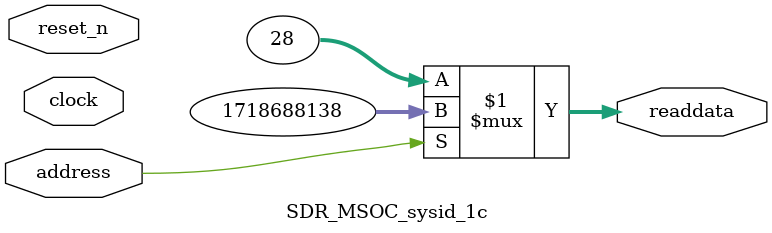
<source format=v>



// synthesis translate_off
`timescale 1ns / 1ps
// synthesis translate_on

// turn off superfluous verilog processor warnings 
// altera message_level Level1 
// altera message_off 10034 10035 10036 10037 10230 10240 10030 

module SDR_MSOC_sysid_1c (
               // inputs:
                address,
                clock,
                reset_n,

               // outputs:
                readdata
             )
;

  output  [ 31: 0] readdata;
  input            address;
  input            clock;
  input            reset_n;

  wire    [ 31: 0] readdata;
  //control_slave, which is an e_avalon_slave
  assign readdata = address ? 1718688138 : 28;

endmodule



</source>
